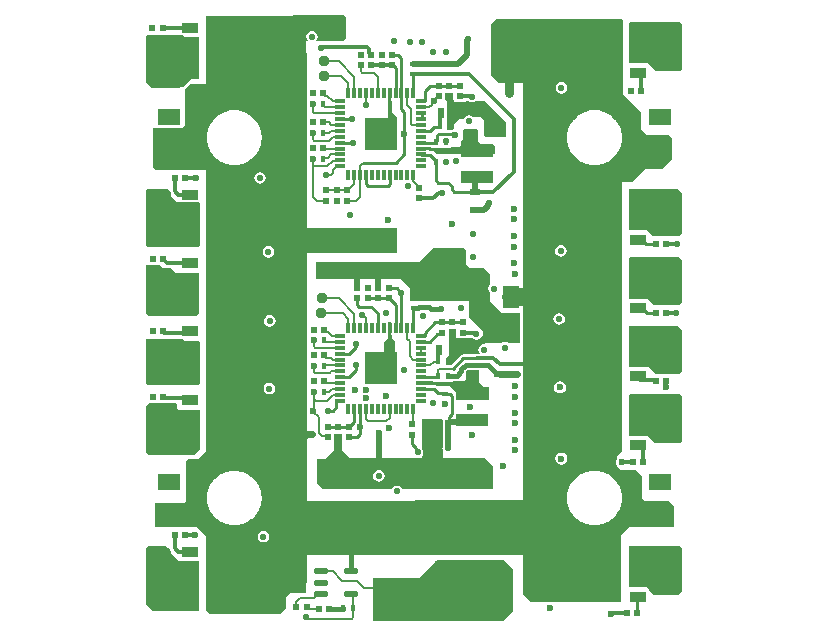
<source format=gbr>
%TF.GenerationSoftware,Altium Limited,Altium Designer,20.2.3 (150)*%
G04 Layer_Physical_Order=4*
G04 Layer_Color=16711680*
%FSLAX26Y26*%
%MOIN*%
%TF.SameCoordinates,1E0D65CC-F0FE-4DFC-A0D5-6D9DD74121E6*%
%TF.FilePolarity,Positive*%
%TF.FileFunction,Copper,L4,Bot,Signal*%
%TF.Part,Single*%
G01*
G75*
%TA.AperFunction,SMDPad,SMDef*%
G04:AMPARAMS|DCode=10|XSize=98.425mil|YSize=1811.024mil|CornerRadius=24.606mil|HoleSize=0mil|Usage=FLASHONLY|Rotation=0.000|XOffset=0mil|YOffset=0mil|HoleType=Round|Shape=RoundedRectangle|*
%AMROUNDEDRECTD10*
21,1,0.098425,1.761811,0,0,0.0*
21,1,0.049213,1.811024,0,0,0.0*
1,1,0.049213,0.024606,-0.880905*
1,1,0.049213,-0.024606,-0.880905*
1,1,0.049213,-0.024606,0.880905*
1,1,0.049213,0.024606,0.880905*
%
%ADD10ROUNDEDRECTD10*%
%TA.AperFunction,SMDPad,CuDef*%
%ADD12R,0.023622X0.021260*%
%ADD13R,0.075197X0.053937*%
%TA.AperFunction,SMDPad,SMDef*%
G04:AMPARAMS|DCode=15|XSize=31.496mil|YSize=31.496mil|CornerRadius=7.874mil|HoleSize=0mil|Usage=FLASHONLY|Rotation=90.000|XOffset=0mil|YOffset=0mil|HoleType=Round|Shape=RoundedRectangle|*
%AMROUNDEDRECTD15*
21,1,0.031496,0.015748,0,0,90.0*
21,1,0.015748,0.031496,0,0,90.0*
1,1,0.015748,0.007874,0.007874*
1,1,0.015748,0.007874,-0.007874*
1,1,0.015748,-0.007874,-0.007874*
1,1,0.015748,-0.007874,0.007874*
%
%ADD15ROUNDEDRECTD15*%
%TA.AperFunction,SMDPad,CuDef*%
%ADD16R,0.020000X0.036614*%
%ADD17R,0.147638X0.185039*%
%ADD18R,0.041339X0.033465*%
%ADD19R,0.057087X0.033465*%
%TA.AperFunction,SMDPad,SMDef*%
G04:AMPARAMS|DCode=20|XSize=98.425mil|YSize=1850.394mil|CornerRadius=24.606mil|HoleSize=0mil|Usage=FLASHONLY|Rotation=0.000|XOffset=0mil|YOffset=0mil|HoleType=Round|Shape=RoundedRectangle|*
%AMROUNDEDRECTD20*
21,1,0.098425,1.801181,0,0,0.0*
21,1,0.049213,1.850394,0,0,0.0*
1,1,0.049213,0.024606,-0.900591*
1,1,0.049213,-0.024606,-0.900591*
1,1,0.049213,-0.024606,0.900591*
1,1,0.049213,0.024606,0.900591*
%
%ADD20ROUNDEDRECTD20*%
%TA.AperFunction,SMDPad,CuDef*%
%ADD24R,0.016000X0.023622*%
%ADD25R,0.033465X0.011811*%
%ADD26R,0.011811X0.033465*%
%ADD27R,0.106299X0.106299*%
%ADD28R,0.106000X0.039000*%
%ADD30R,0.023622X0.016000*%
%ADD31R,0.021260X0.023622*%
%TA.AperFunction,Conductor*%
%ADD32C,0.010000*%
%ADD33C,0.012000*%
%ADD34C,0.014000*%
%ADD35C,0.008000*%
%ADD36C,0.020000*%
%ADD37C,0.022000*%
%ADD39C,0.060000*%
%ADD40C,0.030000*%
%TA.AperFunction,ViaPad*%
%ADD42C,0.022000*%
%ADD43C,0.023622*%
%ADD44C,0.070866*%
%TA.AperFunction,SMDPad,SMDef*%
G04:AMPARAMS|DCode=45|XSize=98.425mil|YSize=196.85mil|CornerRadius=24.606mil|HoleSize=0mil|Usage=FLASHONLY|Rotation=270.000|XOffset=0mil|YOffset=0mil|HoleType=Round|Shape=RoundedRectangle|*
%AMROUNDEDRECTD45*
21,1,0.098425,0.147638,0,0,270.0*
21,1,0.049213,0.196850,0,0,270.0*
1,1,0.049213,-0.073819,-0.024606*
1,1,0.049213,-0.073819,0.024606*
1,1,0.049213,0.073819,0.024606*
1,1,0.049213,0.073819,-0.024606*
%
%ADD45ROUNDEDRECTD45*%
%TA.AperFunction,SMDPad,CuDef*%
%ADD46R,0.053937X0.075197*%
%ADD47R,0.041339X0.019685*%
%ADD48R,0.036614X0.020000*%
G04:AMPARAMS|DCode=49|XSize=47.638mil|YSize=23.228mil|CornerRadius=5.807mil|HoleSize=0mil|Usage=FLASHONLY|Rotation=0.000|XOffset=0mil|YOffset=0mil|HoleType=Round|Shape=RoundedRectangle|*
%AMROUNDEDRECTD49*
21,1,0.047638,0.011614,0,0,0.0*
21,1,0.036024,0.023228,0,0,0.0*
1,1,0.011614,0.018012,-0.005807*
1,1,0.011614,-0.018012,-0.005807*
1,1,0.011614,-0.018012,0.005807*
1,1,0.011614,0.018012,0.005807*
%
%ADD49ROUNDEDRECTD49*%
%ADD50R,0.136220X0.101575*%
%TA.AperFunction,Conductor*%
%ADD51C,0.016000*%
%ADD52C,0.018000*%
%ADD53C,0.015000*%
G36*
X2059173Y2162827D02*
X2060470Y2159697D01*
X2062000Y2152004D01*
Y2012000D01*
X2055000Y2005000D01*
X1973000D01*
X1948000Y2030000D01*
X1888000D01*
X1884000Y2034000D01*
Y2164000D01*
X1888000Y2168000D01*
X2054000D01*
X2059173Y2162827D01*
D02*
G37*
G36*
X403000Y2118000D02*
X449000D01*
X451000Y2116000D01*
Y1977000D01*
X423000D01*
X397000Y1951000D01*
X391000D01*
X386000Y1946000D01*
X295000D01*
X275715Y1965285D01*
Y2121715D01*
X278000Y2124000D01*
X397000D01*
X403000Y2118000D01*
D02*
G37*
G36*
X1092307Y1905921D02*
X1093000D01*
Y1869000D01*
X1110000Y1852000D01*
Y1835000D01*
X1108000Y1837000D01*
X1071000D01*
X1080000Y1846000D01*
Y1905921D01*
X1080748D01*
Y1948000D01*
X1092307D01*
Y1905921D01*
D02*
G37*
G36*
X1299000Y1910000D02*
X1300189Y1908811D01*
Y1902362D01*
X1339811D01*
Y1903000D01*
X1350747D01*
X1353587Y1901102D01*
X1361000Y1899628D01*
X1368413Y1901102D01*
X1371253Y1903000D01*
X1404000D01*
X1473000Y1834000D01*
Y1788000D01*
X1470000Y1785000D01*
X1408000D01*
X1402000Y1791000D01*
Y1840000D01*
X1391000Y1851000D01*
X1365346D01*
X1359965Y1854595D01*
X1352552Y1856070D01*
X1345138Y1854595D01*
X1338853Y1850396D01*
X1334654Y1844111D01*
X1334433Y1843000D01*
X1318000D01*
X1301000Y1826000D01*
Y1810403D01*
X1297270Y1809661D01*
X1294784Y1808000D01*
X1293611D01*
X1292331Y1808255D01*
X1280745D01*
X1278000Y1811000D01*
Y1901000D01*
X1273000Y1906000D01*
X1272000D01*
Y1932000D01*
X1299000D01*
Y1910000D01*
D02*
G37*
G36*
X1382000Y1809000D02*
Y1769000D01*
X1391000Y1760000D01*
X1432000D01*
X1437000Y1755000D01*
Y1727000D01*
X1245000Y1727000D01*
X1233000Y1739000D01*
X1217559D01*
Y1739835D01*
X1175000D01*
Y1751394D01*
X1217559D01*
Y1752000D01*
X1223992D01*
Y1749189D01*
X1255992D01*
Y1749189D01*
X1258008D01*
Y1749189D01*
X1290008D01*
Y1752000D01*
X1317000D01*
X1323000Y1758000D01*
Y1769000D01*
X1332000Y1778000D01*
Y1809000D01*
X1335000Y1812000D01*
X1379000D01*
X1382000Y1809000D01*
D02*
G37*
G36*
X2062000Y1597000D02*
Y1464000D01*
X2051000Y1453000D01*
X1965000D01*
X1951811Y1466189D01*
Y1466732D01*
X1951268D01*
X1944000Y1474000D01*
X1888000D01*
X1885000Y1477000D01*
Y1610000D01*
X1887000Y1612000D01*
X2047000D01*
X2062000Y1597000D01*
D02*
G37*
G36*
X357000Y1602000D02*
Y1588000D01*
X378000Y1567000D01*
X450000D01*
X454000Y1563000D01*
Y1423000D01*
X450000Y1419000D01*
X281000D01*
X276000Y1424000D01*
Y1606000D01*
X282000Y1612000D01*
X347000D01*
X357000Y1602000D01*
D02*
G37*
G36*
X2062000Y1375000D02*
Y1233000D01*
X2054000Y1225000D01*
X1967000D01*
X1947000Y1245000D01*
X1886000D01*
X1885000Y1246000D01*
Y1381000D01*
X1889000Y1385000D01*
X2052000D01*
X2062000Y1375000D01*
D02*
G37*
G36*
X332000Y1346000D02*
X358000D01*
X372000Y1332000D01*
X451000D01*
Y1197000D01*
X443000Y1189000D01*
X286000D01*
X276000Y1199000D01*
Y1356000D01*
X322000D01*
X332000Y1346000D01*
D02*
G37*
G36*
X1342000Y1408000D02*
Y1361000D01*
X1354000Y1349000D01*
X1397000D01*
X1420000Y1326000D01*
Y1291293D01*
X1419136Y1290000D01*
X1416430Y1285950D01*
X1414956Y1278537D01*
X1416430Y1271124D01*
X1420000Y1265782D01*
Y1238000D01*
X1460000Y1198000D01*
X1518000Y1198000D01*
X1520000Y1196000D01*
Y1119000D01*
Y1117000D01*
D01*
Y1096000D01*
X1484247D01*
X1478413Y1099898D01*
X1471000Y1101372D01*
X1463587Y1099898D01*
X1457753Y1096000D01*
X1404000D01*
X1402310Y1094310D01*
X1402000Y1094372D01*
X1394587Y1092898D01*
X1388302Y1088698D01*
X1384102Y1082413D01*
X1382628Y1075000D01*
X1384102Y1067587D01*
X1387100Y1063100D01*
X1385614Y1061614D01*
X1376711D01*
X1371249Y1060528D01*
X1369542Y1059387D01*
X1331717D01*
X1326645Y1058378D01*
X1322344Y1055505D01*
X1290886Y1024046D01*
X1274000D01*
Y1049000D01*
X1283000Y1058000D01*
Y1143000D01*
X1284000Y1144000D01*
X1308000D01*
X1309000Y1143000D01*
Y1114000D01*
X1311189D01*
Y1113370D01*
X1350811D01*
Y1114000D01*
X1363063D01*
X1368239Y1110542D01*
X1375652Y1109067D01*
X1383066Y1110542D01*
X1389350Y1114741D01*
X1390578Y1116578D01*
X1398000Y1124000D01*
Y1137000D01*
X1350811Y1184189D01*
Y1184646D01*
X1350354D01*
X1350000Y1185000D01*
X1350000Y1239000D01*
X1155000D01*
X1153000Y1241000D01*
Y1282000D01*
X1125000Y1310000D01*
X840000D01*
Y1369000D01*
X1186000D01*
X1232000Y1415000D01*
X1335000D01*
X1342000Y1408000D01*
D02*
G37*
G36*
X1092307Y1124094D02*
X1093000D01*
Y1114000D01*
X1106000Y1101000D01*
Y1061000D01*
X1067000D01*
Y1100000D01*
X1080000Y1113000D01*
Y1124094D01*
X1080748D01*
Y1166000D01*
X1092307D01*
Y1124094D01*
D02*
G37*
G36*
X2062000Y1141000D02*
Y1005000D01*
X2050000Y993000D01*
X1976000D01*
X1951000Y1018000D01*
X1887000D01*
X1885000Y1020000D01*
Y1153000D01*
X1886000Y1154000D01*
X2049000D01*
X2062000Y1141000D01*
D02*
G37*
G36*
X1384429Y1005571D02*
X1386000Y1004000D01*
Y964000D01*
X1400000Y950000D01*
X1417000D01*
X1419000Y948000D01*
Y909000D01*
X1416000Y906000D01*
X1310000Y906000D01*
X1310000Y932000D01*
X1288000Y954000D01*
X1244371D01*
X1241197Y956121D01*
X1236125Y957130D01*
X1217559D01*
Y958008D01*
X1176000D01*
Y969567D01*
X1217559D01*
Y970000D01*
X1231992D01*
Y968189D01*
X1261008D01*
X1263992Y968189D01*
Y968189D01*
X1266008D01*
Y968189D01*
X1298008D01*
Y970000D01*
X1334000D01*
X1340000Y976000D01*
Y996965D01*
X1340778Y998129D01*
X1341618Y1002354D01*
X1345264Y1006000D01*
X1383787D01*
X1384429Y1005571D01*
D02*
G37*
G36*
X404000Y1105000D02*
X450000D01*
X453000Y1102000D01*
Y961000D01*
X449000Y957000D01*
X282000D01*
X276000Y963000D01*
Y1110000D01*
X277000Y1111000D01*
X398000D01*
X404000Y1105000D01*
D02*
G37*
G36*
X2062000Y917000D02*
Y771000D01*
X2054000Y763000D01*
X1972000D01*
X1947000Y788000D01*
X1887000D01*
X1884000Y791000D01*
Y923000D01*
X1887000Y926000D01*
X2053000D01*
X2062000Y917000D01*
D02*
G37*
G36*
X379000Y890000D02*
Y881000D01*
X385000Y875000D01*
X451000D01*
X453000Y873000D01*
Y740000D01*
X436000Y723000D01*
X283000D01*
X275715Y730285D01*
Y887715D01*
X284000Y896000D01*
X373000D01*
X379000Y890000D01*
D02*
G37*
G36*
X1263315Y839685D02*
Y826773D01*
X1262962Y825000D01*
Y749533D01*
X1262628Y747850D01*
X1264000Y740952D01*
X1264000Y715000D01*
X1404000D01*
X1430000Y689000D01*
Y610000D01*
X1129980D01*
X1129898Y610413D01*
X1125698Y616698D01*
X1119413Y620898D01*
X1112000Y622372D01*
X1104587Y620898D01*
X1098302Y616698D01*
X1094102Y610413D01*
X1094020Y610000D01*
X864000D01*
X844000Y630000D01*
Y712000D01*
X874000D01*
X902000Y740000D01*
Y795000D01*
X928000D01*
Y740000D01*
X953000Y715000D01*
X1173101D01*
X1180000Y713628D01*
X1186899Y715000D01*
X1195000D01*
Y721250D01*
X1197898Y725587D01*
X1199372Y733000D01*
X1197898Y740413D01*
X1195000Y744750D01*
X1195000Y844000D01*
X1259000Y844000D01*
X1263315Y839685D01*
D02*
G37*
G36*
X2062000Y412000D02*
Y271000D01*
X2050000Y259000D01*
X1967000D01*
X1950811Y275189D01*
Y276732D01*
X1949268D01*
X1943000Y283000D01*
X1886000D01*
X1884000Y285000D01*
Y419000D01*
X1886000Y421000D01*
X2053000D01*
X2062000Y412000D01*
D02*
G37*
G36*
X942000Y2182000D02*
Y2113000D01*
X932000Y2103000D01*
X838773D01*
X841952Y2105124D01*
X846152Y2111409D01*
X847626Y2118822D01*
X846152Y2126236D01*
X841952Y2132521D01*
X835668Y2136720D01*
X828254Y2138195D01*
X820841Y2136720D01*
X814556Y2132521D01*
X810357Y2126236D01*
X808882Y2118822D01*
X810357Y2111409D01*
X814556Y2105124D01*
X817735Y2103000D01*
X809000D01*
Y1480000D01*
X1110000D01*
Y1397000D01*
X809000D01*
Y572104D01*
X1531000Y572893D01*
Y1963000D01*
X1450000D01*
X1423000Y1990000D01*
Y2159000D01*
X1440000Y2176000D01*
X1861000D01*
X1864000Y2173000D01*
Y1981000D01*
D01*
X1864000Y1926000D01*
X1926000Y1864000D01*
X1926000Y1809000D01*
X1943000Y1792000D01*
X2019000D01*
X2029000Y1782000D01*
Y1710000D01*
X1998000Y1679000D01*
X1939000D01*
Y1678000D01*
X1896000Y1635000D01*
X1860000D01*
Y738000D01*
X1843000Y721000D01*
Y709720D01*
X1842339Y708730D01*
X1840801Y701000D01*
X1842339Y693270D01*
X1843000Y692280D01*
Y686000D01*
X1856000Y673000D01*
X1909000D01*
X1927000Y655000D01*
Y582000D01*
X1937000Y572000D01*
X2016000D01*
X2033000Y555000D01*
Y486000D01*
X2030000Y483000D01*
X1884000D01*
X1859000Y458000D01*
Y235000D01*
X1556000D01*
X1531000Y260000D01*
Y391000D01*
X809000D01*
Y264000D01*
X754000D01*
X742000Y252000D01*
Y213000D01*
X723000Y194000D01*
X487000D01*
X476000Y205000D01*
Y453000D01*
X445000Y484000D01*
X308000D01*
X303000Y489000D01*
Y563000D01*
X402000D01*
X409000Y570000D01*
Y703000D01*
X418000Y712000D01*
X449000D01*
X476000Y739000D01*
Y1675000D01*
X306000D01*
X298000Y1683000D01*
X299000Y1814000D01*
X395000D01*
X395976Y1814976D01*
X396598D01*
Y1815598D01*
X404000Y1823000D01*
Y1945000D01*
X421000Y1962000D01*
X476000D01*
Y2188000D01*
X763000Y2188947D01*
Y2189000D01*
X765000Y2191000D01*
X933000D01*
X942000Y2182000D01*
D02*
G37*
G36*
X359000Y404000D02*
Y397000D01*
X385000Y371000D01*
X451000D01*
X452000Y370000D01*
Y205000D01*
X299000D01*
X276000Y228000D01*
Y415000D01*
X282000Y421000D01*
X342000D01*
X359000Y404000D01*
D02*
G37*
G36*
X1497000Y343000D02*
Y203000D01*
X1464085Y170085D01*
X1032000D01*
Y314000D01*
X1183000D01*
X1244000Y375000D01*
X1465000Y375000D01*
X1497000Y343000D01*
D02*
G37*
%LPC*%
G36*
X1050719Y674480D02*
X1043305Y673005D01*
X1037021Y668806D01*
X1032821Y662521D01*
X1031347Y655108D01*
X1032821Y647694D01*
X1037021Y641410D01*
X1043305Y637210D01*
X1050719Y635736D01*
X1058132Y637210D01*
X1064417Y641410D01*
X1068617Y647694D01*
X1070091Y655108D01*
X1068617Y662521D01*
X1064417Y668806D01*
X1058132Y673005D01*
X1050719Y674480D01*
D02*
G37*
G36*
X1659162Y1967497D02*
X1651748Y1966023D01*
X1647224Y1963000D01*
X1645463Y1961823D01*
X1641264Y1955539D01*
X1639789Y1948125D01*
X1641264Y1940712D01*
X1645463Y1934427D01*
X1651748Y1930228D01*
X1659162Y1928753D01*
X1666575Y1930228D01*
X1672860Y1934427D01*
X1677059Y1940712D01*
X1678534Y1948125D01*
X1677059Y1955539D01*
X1672860Y1961823D01*
X1671099Y1963000D01*
X1666575Y1966023D01*
X1659162Y1967497D01*
D02*
G37*
G36*
X1777141Y1872841D02*
X1761630D01*
X1760449Y1872606D01*
X1759244D01*
X1744031Y1869580D01*
X1742918Y1869119D01*
X1741736Y1868884D01*
X1727406Y1862948D01*
X1726404Y1862279D01*
X1725291Y1861818D01*
X1712394Y1853201D01*
X1711542Y1852349D01*
X1710540Y1851679D01*
X1699573Y1840711D01*
X1698903Y1839710D01*
X1698051Y1838858D01*
X1689434Y1825961D01*
X1688973Y1824848D01*
X1688303Y1823846D01*
X1682368Y1809516D01*
X1682133Y1808334D01*
X1681671Y1807221D01*
X1678646Y1792008D01*
Y1790803D01*
X1678410Y1789621D01*
Y1781866D01*
Y1774111D01*
X1678646Y1772929D01*
Y1771724D01*
X1681671Y1756512D01*
X1682133Y1755398D01*
X1682368Y1754216D01*
X1688303Y1739886D01*
X1688973Y1738884D01*
X1689434Y1737771D01*
X1698051Y1724875D01*
X1698903Y1724023D01*
X1699573Y1723021D01*
X1710540Y1712053D01*
X1711542Y1711384D01*
X1712394Y1710531D01*
X1725291Y1701914D01*
X1726404Y1701453D01*
X1727406Y1700784D01*
X1741736Y1694848D01*
X1742918Y1694613D01*
X1744031Y1694152D01*
X1759244Y1691126D01*
X1760448D01*
X1761630Y1690891D01*
X1777141D01*
X1778323Y1691126D01*
X1779528D01*
X1794740Y1694152D01*
X1795853Y1694613D01*
X1797035Y1694848D01*
X1811365Y1700784D01*
X1812367Y1701453D01*
X1813481Y1701914D01*
X1826377Y1710531D01*
X1827229Y1711383D01*
X1828231Y1712053D01*
X1839199Y1723021D01*
X1839868Y1724022D01*
X1840720Y1724875D01*
X1849338Y1737771D01*
X1849799Y1738884D01*
X1850468Y1739886D01*
X1856404Y1754216D01*
X1856639Y1755398D01*
X1857100Y1756511D01*
X1860126Y1771724D01*
Y1772929D01*
X1860361Y1774111D01*
Y1781866D01*
Y1789621D01*
X1860126Y1790803D01*
Y1792008D01*
X1857100Y1807221D01*
X1856639Y1808334D01*
X1856404Y1809516D01*
X1850468Y1823846D01*
X1849799Y1824848D01*
X1849338Y1825961D01*
X1840720Y1838857D01*
X1839868Y1839709D01*
X1839199Y1840711D01*
X1828231Y1851679D01*
X1827229Y1852349D01*
X1826377Y1853201D01*
X1813481Y1861818D01*
X1812367Y1862279D01*
X1811365Y1862948D01*
X1797036Y1868884D01*
X1795854Y1869119D01*
X1794740Y1869580D01*
X1779528Y1872606D01*
X1778323D01*
X1777141Y1872841D01*
D02*
G37*
G36*
X576354D02*
X560843D01*
X559661Y1872606D01*
X558456D01*
X543244Y1869580D01*
X542131Y1869119D01*
X540949Y1868884D01*
X526619Y1862948D01*
X525617Y1862279D01*
X524504Y1861818D01*
X511607Y1853201D01*
X510755Y1852349D01*
X509753Y1851679D01*
X498785Y1840711D01*
X498116Y1839710D01*
X497264Y1838858D01*
X488647Y1825961D01*
X488185Y1824848D01*
X487516Y1823846D01*
X481580Y1809516D01*
X481345Y1808334D01*
X480884Y1807221D01*
X477858Y1792008D01*
Y1790803D01*
X477623Y1789621D01*
Y1781866D01*
Y1774111D01*
X477858Y1772929D01*
Y1771724D01*
X480884Y1756512D01*
X481345Y1755398D01*
X481580Y1754216D01*
X487516Y1739886D01*
X488185Y1738884D01*
X488647Y1737771D01*
X491000Y1734249D01*
D01*
X497264Y1724875D01*
X498116Y1724023D01*
X498785Y1723021D01*
X509753Y1712053D01*
X510755Y1711384D01*
X511607Y1710531D01*
X524504Y1701914D01*
X525617Y1701453D01*
X526619Y1700784D01*
X540948Y1694848D01*
X542131Y1694613D01*
X543244Y1694152D01*
X558456Y1691126D01*
X559661D01*
X560843Y1690891D01*
X576354D01*
X577536Y1691126D01*
X578740D01*
X593953Y1694152D01*
X595066Y1694613D01*
X596248Y1694848D01*
X610578Y1700784D01*
X611580Y1701453D01*
X612693Y1701914D01*
X625590Y1710531D01*
X626442Y1711383D01*
X627444Y1712053D01*
X638411Y1723021D01*
X639081Y1724022D01*
X639933Y1724875D01*
X648550Y1737771D01*
X649011Y1738884D01*
X649681Y1739886D01*
X655616Y1754216D01*
X655851Y1755398D01*
X656313Y1756511D01*
X659339Y1771724D01*
Y1772929D01*
X659574Y1774111D01*
Y1781866D01*
Y1789621D01*
X659339Y1790803D01*
Y1792008D01*
X656313Y1807221D01*
X655851Y1808334D01*
X655616Y1809516D01*
X649681Y1823846D01*
X649011Y1824848D01*
X648550Y1825961D01*
X639933Y1838857D01*
X639081Y1839709D01*
X638411Y1840711D01*
X627444Y1851679D01*
X626442Y1852349D01*
X625590Y1853201D01*
X612693Y1861818D01*
X611580Y1862279D01*
X610578Y1862948D01*
X596248Y1868884D01*
X595066Y1869119D01*
X593953Y1869580D01*
X578741Y1872606D01*
X577535D01*
X576354Y1872841D01*
D02*
G37*
G36*
X654134Y1666628D02*
X646721Y1665153D01*
X640436Y1660954D01*
X636236Y1654669D01*
X634762Y1647255D01*
X636236Y1639842D01*
X640436Y1633557D01*
X646721Y1629358D01*
X654134Y1627883D01*
X661547Y1629358D01*
X667832Y1633557D01*
X672032Y1639842D01*
X673506Y1647255D01*
X672032Y1654669D01*
X667832Y1660954D01*
X661547Y1665153D01*
X654134Y1666628D01*
D02*
G37*
G36*
X1657005Y1424413D02*
X1649591Y1422939D01*
X1643306Y1418739D01*
X1639107Y1412454D01*
X1637632Y1405041D01*
X1639107Y1397628D01*
X1643306Y1391343D01*
X1649591Y1387143D01*
X1657005Y1385669D01*
X1664418Y1387143D01*
X1670703Y1391343D01*
X1674902Y1397628D01*
X1676377Y1405041D01*
X1674902Y1412454D01*
X1670703Y1418739D01*
X1664418Y1422939D01*
X1657005Y1424413D01*
D02*
G37*
G36*
X682817Y1421014D02*
X675403Y1419539D01*
X669119Y1415340D01*
X664919Y1409055D01*
X663444Y1401642D01*
X664919Y1394228D01*
X669119Y1387944D01*
X675403Y1383744D01*
X682817Y1382270D01*
X690230Y1383744D01*
X696515Y1387944D01*
X700714Y1394228D01*
X702189Y1401642D01*
X700714Y1409055D01*
X696515Y1415340D01*
X690230Y1419539D01*
X682817Y1421014D01*
D02*
G37*
G36*
X1652000Y1197372D02*
X1644587Y1195898D01*
X1638302Y1191698D01*
X1634102Y1185413D01*
X1632628Y1178000D01*
X1634102Y1170587D01*
X1638302Y1164302D01*
X1644587Y1160102D01*
X1652000Y1158628D01*
X1659413Y1160102D01*
X1665698Y1164302D01*
X1669898Y1170587D01*
X1671372Y1178000D01*
X1669898Y1185413D01*
X1665698Y1191698D01*
X1659413Y1195898D01*
X1652000Y1197372D01*
D02*
G37*
G36*
X686917Y1191098D02*
X679503Y1189623D01*
X673219Y1185424D01*
X669019Y1179139D01*
X667545Y1171726D01*
X669019Y1164312D01*
X673219Y1158027D01*
X679503Y1153828D01*
X686917Y1152353D01*
X694330Y1153828D01*
X700615Y1158027D01*
X704814Y1164312D01*
X706289Y1171726D01*
X704814Y1179139D01*
X700615Y1185424D01*
X694330Y1189623D01*
X686917Y1191098D01*
D02*
G37*
G36*
X1654243Y969766D02*
X1646513Y968229D01*
X1639960Y963850D01*
X1635581Y957297D01*
X1634043Y949567D01*
X1635581Y941837D01*
X1639960Y935284D01*
X1646513Y930905D01*
X1654243Y929368D01*
X1661973Y930905D01*
X1668525Y935284D01*
X1672904Y941837D01*
X1674442Y949567D01*
X1672904Y957297D01*
X1668525Y963850D01*
X1661973Y968229D01*
X1654243Y969766D01*
D02*
G37*
G36*
X685636Y965159D02*
X678222Y963684D01*
X671938Y959485D01*
X667738Y953200D01*
X666264Y945787D01*
X667738Y938373D01*
X671938Y932088D01*
X678222Y927889D01*
X685636Y926414D01*
X693049Y927889D01*
X699334Y932088D01*
X703533Y938373D01*
X705008Y945787D01*
X703533Y953200D01*
X699334Y959485D01*
X693049Y963684D01*
X685636Y965159D01*
D02*
G37*
G36*
X1659000Y732199D02*
X1651270Y730662D01*
X1644717Y726283D01*
X1640339Y719730D01*
X1638801Y712000D01*
X1640339Y704270D01*
X1644717Y697717D01*
X1651270Y693338D01*
X1659000Y691801D01*
X1666730Y693338D01*
X1673283Y697717D01*
X1677661Y704270D01*
X1679199Y712000D01*
X1677661Y719730D01*
X1673283Y726283D01*
X1666730Y730662D01*
X1659000Y732199D01*
D02*
G37*
G36*
X1777141Y672054D02*
X1761630D01*
X1760449Y671819D01*
X1759244D01*
X1744031Y668793D01*
X1742918Y668332D01*
X1741736Y668097D01*
X1727406Y662161D01*
X1726404Y661492D01*
X1725291Y661030D01*
X1712394Y652413D01*
X1711542Y651561D01*
X1710540Y650892D01*
X1699573Y639924D01*
X1698903Y638922D01*
X1698051Y638070D01*
X1689434Y625173D01*
X1688973Y624060D01*
X1688303Y623058D01*
X1682368Y608729D01*
X1682133Y607546D01*
X1681671Y606433D01*
X1678646Y591221D01*
Y590016D01*
X1678410Y588834D01*
Y581079D01*
Y573323D01*
X1678646Y572141D01*
Y570937D01*
X1681671Y555724D01*
X1682133Y554611D01*
X1682368Y553429D01*
X1688303Y539099D01*
X1688973Y538097D01*
X1689434Y536984D01*
X1698051Y524087D01*
X1698903Y523235D01*
X1699573Y522233D01*
X1710540Y511266D01*
X1711542Y510596D01*
X1712394Y509744D01*
X1725291Y501127D01*
X1726404Y500666D01*
X1727406Y499996D01*
X1741736Y494061D01*
X1742918Y493825D01*
X1744031Y493364D01*
X1759244Y490339D01*
X1760448D01*
X1761630Y490103D01*
X1777141D01*
X1778323Y490339D01*
X1779528D01*
X1794740Y493364D01*
X1795853Y493825D01*
X1797035Y494061D01*
X1811365Y499996D01*
X1812367Y500666D01*
X1813481Y501127D01*
X1826377Y509744D01*
X1827229Y510596D01*
X1828231Y511266D01*
X1839199Y522233D01*
X1839868Y523235D01*
X1840720Y524087D01*
X1849338Y536984D01*
X1849799Y538097D01*
X1850468Y539099D01*
X1856404Y553429D01*
X1856639Y554611D01*
X1857100Y555724D01*
X1860126Y570936D01*
Y572141D01*
X1860361Y573323D01*
Y581079D01*
Y588834D01*
X1860126Y590016D01*
Y591221D01*
X1857100Y606433D01*
X1856639Y607546D01*
X1856404Y608728D01*
X1850468Y623058D01*
X1849799Y624060D01*
X1849338Y625173D01*
X1840720Y638070D01*
X1839868Y638922D01*
X1839199Y639924D01*
X1828231Y650892D01*
X1827229Y651561D01*
X1826377Y652413D01*
X1813481Y661030D01*
X1812367Y661492D01*
X1811365Y662161D01*
X1797036Y668097D01*
X1795854Y668332D01*
X1794740Y668793D01*
X1779528Y671819D01*
X1778323D01*
X1777141Y672054D01*
D02*
G37*
G36*
X576354D02*
X560843D01*
X559661Y671819D01*
X558456D01*
X543244Y668793D01*
X542131Y668332D01*
X540949Y668097D01*
X526619Y662161D01*
X525617Y661492D01*
X524504Y661030D01*
X511607Y652413D01*
X510755Y651561D01*
X509753Y650892D01*
X503000Y644139D01*
D01*
X498785Y639924D01*
X498116Y638922D01*
D01*
X497264Y638070D01*
X488647Y625173D01*
X488185Y624060D01*
X487516Y623058D01*
X481580Y608729D01*
X481345Y607546D01*
X480884Y606433D01*
X477858Y591221D01*
Y590016D01*
X477623Y588834D01*
Y581079D01*
Y573323D01*
X477858Y572141D01*
Y570937D01*
X480884Y555724D01*
X481345Y554611D01*
X481580Y553429D01*
X487516Y539099D01*
X488185Y538097D01*
X488647Y536984D01*
X497264Y524087D01*
X498116Y523235D01*
X498785Y522233D01*
X509753Y511266D01*
X510755Y510596D01*
X511607Y509744D01*
X524504Y501127D01*
X525617Y500666D01*
X526619Y499996D01*
X540948Y494061D01*
X542131Y493825D01*
X543244Y493364D01*
X558456Y490339D01*
X559661D01*
X560843Y490103D01*
X576354D01*
X577536Y490339D01*
X578740D01*
X593953Y493364D01*
X595066Y493825D01*
X596248Y494061D01*
X610578Y499996D01*
X611580Y500666D01*
X612693Y501127D01*
X625590Y509744D01*
X626442Y510596D01*
X627444Y511266D01*
X638411Y522233D01*
X639081Y523235D01*
X639933Y524087D01*
X648550Y536984D01*
X649011Y538097D01*
X649681Y539099D01*
X655616Y553429D01*
X655851Y554611D01*
X656313Y555724D01*
X659339Y570936D01*
Y572141D01*
X659574Y573323D01*
Y581079D01*
Y588834D01*
X659339Y590016D01*
Y591221D01*
X656313Y606433D01*
X655851Y607546D01*
X655616Y608728D01*
X649681Y623058D01*
X649011Y624060D01*
X648550Y625173D01*
X639933Y638070D01*
X639081Y638922D01*
X638411Y639924D01*
X627444Y650892D01*
X626442Y651561D01*
X625590Y652413D01*
X612693Y661030D01*
X611580Y661492D01*
X610578Y662161D01*
X596248Y668097D01*
X595066Y668332D01*
X593953Y668793D01*
X578741Y671819D01*
X577535D01*
X576354Y672054D01*
D02*
G37*
G36*
X665905Y471580D02*
X658491Y470105D01*
X652206Y465906D01*
X648007Y459621D01*
X646532Y452207D01*
X648007Y444794D01*
X652206Y438509D01*
X658491Y434310D01*
X665905Y432835D01*
X673318Y434310D01*
X679603Y438509D01*
X683802Y444794D01*
X685277Y452207D01*
X683802Y459621D01*
X679603Y465906D01*
X673318Y470105D01*
X665905Y471580D01*
D02*
G37*
%LPD*%
D10*
X760000Y1181102D02*
D03*
D12*
X1185000Y1614008D02*
D03*
Y1579992D02*
D03*
X990000Y2023992D02*
D03*
Y2058008D02*
D03*
X910000Y1571984D02*
D03*
Y1606000D02*
D03*
X875000D02*
D03*
Y1571984D02*
D03*
X945000D02*
D03*
Y1606000D02*
D03*
X1320000Y1955008D02*
D03*
Y1920992D02*
D03*
X1285000D02*
D03*
Y1955008D02*
D03*
X1250000Y1920992D02*
D03*
Y1955008D02*
D03*
X1025000Y2023992D02*
D03*
Y2058008D02*
D03*
X1060000D02*
D03*
Y2023992D02*
D03*
X1095000Y2058008D02*
D03*
Y2023992D02*
D03*
X950000Y783992D02*
D03*
Y818008D02*
D03*
X915000Y783984D02*
D03*
Y818000D02*
D03*
X880000Y818008D02*
D03*
Y783992D02*
D03*
X1331000Y1166016D02*
D03*
Y1132000D02*
D03*
X1261000Y1131992D02*
D03*
Y1166008D02*
D03*
X1296000Y1131992D02*
D03*
Y1166008D02*
D03*
X1084000Y1280008D02*
D03*
Y1245992D02*
D03*
X1049000Y1280008D02*
D03*
Y1245992D02*
D03*
X1014000D02*
D03*
Y1280008D02*
D03*
X979000Y1245992D02*
D03*
Y1280008D02*
D03*
X1161000Y826008D02*
D03*
Y791992D02*
D03*
D13*
X1071000Y1340055D02*
D03*
Y1451945D02*
D03*
X887000Y653945D02*
D03*
Y542055D02*
D03*
X975000Y1340055D02*
D03*
Y1451945D02*
D03*
X881000Y1340055D02*
D03*
Y1451945D02*
D03*
X980000Y653945D02*
D03*
Y542055D02*
D03*
X1114000Y653945D02*
D03*
Y542055D02*
D03*
X1205000Y653945D02*
D03*
Y542055D02*
D03*
X1299000Y653945D02*
D03*
Y542055D02*
D03*
X1387000Y653945D02*
D03*
Y542055D02*
D03*
X351000Y1849945D02*
D03*
Y1738055D02*
D03*
X1987000Y1849945D02*
D03*
Y1738055D02*
D03*
Y632945D02*
D03*
Y521055D02*
D03*
X351000Y632945D02*
D03*
Y521055D02*
D03*
D15*
X858000Y1196000D02*
D03*
X861000Y1246000D02*
D03*
X869000Y2037000D02*
D03*
X867000Y1986000D02*
D03*
D16*
X1317315Y1864000D02*
D03*
X1256685D02*
D03*
X1249685Y1075000D02*
D03*
X1310315D02*
D03*
X1220685Y825000D02*
D03*
X1281315D02*
D03*
D17*
X551922Y1289000D02*
D03*
Y1517000D02*
D03*
Y2074000D02*
D03*
X1785347Y1289000D02*
D03*
Y1517000D02*
D03*
Y2074000D02*
D03*
X552000Y1061000D02*
D03*
X551922Y832000D02*
D03*
Y327000D02*
D03*
X1784347Y832000D02*
D03*
X1785347Y1061000D02*
D03*
X1784347Y327000D02*
D03*
D18*
X646410Y1442000D02*
D03*
Y1492000D02*
D03*
Y1542000D02*
D03*
Y1592000D02*
D03*
Y1214000D02*
D03*
Y1264000D02*
D03*
Y1314000D02*
D03*
Y1364000D02*
D03*
Y1999000D02*
D03*
Y2049000D02*
D03*
Y2099000D02*
D03*
Y2149000D02*
D03*
X1690858Y1364000D02*
D03*
Y1314000D02*
D03*
Y1264000D02*
D03*
Y1214000D02*
D03*
Y1592000D02*
D03*
Y1542000D02*
D03*
Y1492000D02*
D03*
Y1442000D02*
D03*
Y2149000D02*
D03*
Y2099000D02*
D03*
Y2049000D02*
D03*
Y1999000D02*
D03*
X646488Y986000D02*
D03*
Y1036000D02*
D03*
Y1086000D02*
D03*
Y1136000D02*
D03*
X646410Y757000D02*
D03*
Y807000D02*
D03*
Y857000D02*
D03*
Y907000D02*
D03*
Y252000D02*
D03*
Y302000D02*
D03*
Y352000D02*
D03*
Y402000D02*
D03*
X1689858Y757000D02*
D03*
Y807000D02*
D03*
Y857000D02*
D03*
Y907000D02*
D03*
X1690858Y986000D02*
D03*
Y1036000D02*
D03*
Y1086000D02*
D03*
Y1136000D02*
D03*
X1689858Y252000D02*
D03*
Y302000D02*
D03*
Y352000D02*
D03*
Y402000D02*
D03*
D19*
X422000Y1592000D02*
D03*
Y1542000D02*
D03*
Y1492000D02*
D03*
Y1442000D02*
D03*
Y1364000D02*
D03*
Y1314000D02*
D03*
Y1264000D02*
D03*
Y1214000D02*
D03*
Y2149000D02*
D03*
Y2099000D02*
D03*
Y2049000D02*
D03*
Y1999000D02*
D03*
X1915268Y1214000D02*
D03*
Y1264000D02*
D03*
Y1314000D02*
D03*
Y1364000D02*
D03*
Y1442000D02*
D03*
Y1492000D02*
D03*
Y1542000D02*
D03*
Y1592000D02*
D03*
Y1999000D02*
D03*
Y2049000D02*
D03*
Y2099000D02*
D03*
Y2149000D02*
D03*
X422079Y1136000D02*
D03*
Y1086000D02*
D03*
Y1036000D02*
D03*
Y986000D02*
D03*
X422000Y907000D02*
D03*
Y857000D02*
D03*
Y807000D02*
D03*
Y757000D02*
D03*
Y402000D02*
D03*
Y352000D02*
D03*
Y302000D02*
D03*
Y252000D02*
D03*
X1914268Y907000D02*
D03*
Y857000D02*
D03*
Y807000D02*
D03*
Y757000D02*
D03*
X1915268Y1136000D02*
D03*
Y1086000D02*
D03*
Y1036000D02*
D03*
Y986000D02*
D03*
X1914268Y402000D02*
D03*
Y352000D02*
D03*
Y302000D02*
D03*
Y252000D02*
D03*
D20*
X1580000Y1181102D02*
D03*
D24*
X1239992Y1702000D02*
D03*
X1274008D02*
D03*
X1254992Y1822000D02*
D03*
X1289008D02*
D03*
X1239992Y1769000D02*
D03*
X1274008D02*
D03*
X865008Y1711000D02*
D03*
X830992D02*
D03*
X865008Y1798000D02*
D03*
X830992D02*
D03*
X865008Y1895000D02*
D03*
X830992D02*
D03*
X1248992Y1036000D02*
D03*
X1283008D02*
D03*
X1247992Y988000D02*
D03*
X1282008D02*
D03*
X867008Y935000D02*
D03*
X832992D02*
D03*
X867008Y1021000D02*
D03*
X832992D02*
D03*
X867008Y1107000D02*
D03*
X832992D02*
D03*
X930992Y213000D02*
D03*
X965008D02*
D03*
D25*
X1192827Y1121268D02*
D03*
Y1101583D02*
D03*
Y1081898D02*
D03*
Y1062213D02*
D03*
Y1042528D02*
D03*
Y1022842D02*
D03*
Y1003158D02*
D03*
Y983472D02*
D03*
Y963787D02*
D03*
Y944102D02*
D03*
Y924417D02*
D03*
Y904732D02*
D03*
X921173D02*
D03*
Y924417D02*
D03*
Y944102D02*
D03*
Y963787D02*
D03*
Y983472D02*
D03*
Y1003158D02*
D03*
Y1022842D02*
D03*
Y1042528D02*
D03*
Y1062213D02*
D03*
Y1081898D02*
D03*
Y1101583D02*
D03*
Y1121268D02*
D03*
Y1903094D02*
D03*
Y1883409D02*
D03*
Y1863724D02*
D03*
Y1844039D02*
D03*
Y1824354D02*
D03*
Y1804669D02*
D03*
Y1784984D02*
D03*
Y1765299D02*
D03*
Y1745614D02*
D03*
Y1725929D02*
D03*
Y1706244D02*
D03*
Y1686559D02*
D03*
X1192827D02*
D03*
Y1706244D02*
D03*
Y1725929D02*
D03*
Y1745614D02*
D03*
Y1765299D02*
D03*
Y1784984D02*
D03*
Y1804669D02*
D03*
Y1824354D02*
D03*
Y1844039D02*
D03*
Y1863724D02*
D03*
Y1883409D02*
D03*
Y1903094D02*
D03*
D26*
X1165268Y877173D02*
D03*
X1145583D02*
D03*
X1125898D02*
D03*
X1106213D02*
D03*
X1086528D02*
D03*
X1066842D02*
D03*
X1047158D02*
D03*
X1027472D02*
D03*
X1007787D02*
D03*
X988102D02*
D03*
X968417D02*
D03*
X948732D02*
D03*
Y1148827D02*
D03*
X968417D02*
D03*
X988102D02*
D03*
X1007787D02*
D03*
X1027472D02*
D03*
X1047158D02*
D03*
X1066842D02*
D03*
X1086528D02*
D03*
X1106213D02*
D03*
X1125898D02*
D03*
X1145583D02*
D03*
X1165268D02*
D03*
Y1930654D02*
D03*
X1145583D02*
D03*
X1125898D02*
D03*
X1106213D02*
D03*
X1086528D02*
D03*
X1066842D02*
D03*
X1047158D02*
D03*
X1027472D02*
D03*
X1007787D02*
D03*
X988102D02*
D03*
X968417D02*
D03*
X948732D02*
D03*
Y1659000D02*
D03*
X968417D02*
D03*
X988102D02*
D03*
X1007787D02*
D03*
X1027472D02*
D03*
X1047158D02*
D03*
X1066842D02*
D03*
X1086528D02*
D03*
X1106213D02*
D03*
X1125898D02*
D03*
X1145583D02*
D03*
X1165268D02*
D03*
D27*
X1057000Y1013000D02*
D03*
Y1794827D02*
D03*
D28*
X1378000Y1650000D02*
D03*
Y1736000D02*
D03*
X1362000Y842000D02*
D03*
Y928000D02*
D03*
D30*
X1165000Y1992992D02*
D03*
Y2027008D02*
D03*
X1270000Y929008D02*
D03*
Y894992D02*
D03*
X1167000Y1214992D02*
D03*
Y1249008D02*
D03*
D31*
X865008Y1746000D02*
D03*
X830992D02*
D03*
X865008Y1833000D02*
D03*
X830992D02*
D03*
X865008Y1930000D02*
D03*
X830992D02*
D03*
X297992Y1378000D02*
D03*
X332008D02*
D03*
X406008Y1648000D02*
D03*
X371992D02*
D03*
X295992Y2148000D02*
D03*
X330008D02*
D03*
X2008008Y1196000D02*
D03*
X1973992D02*
D03*
X2008008Y1428000D02*
D03*
X1973992D02*
D03*
X1889992Y1939000D02*
D03*
X1924008D02*
D03*
X406008Y457000D02*
D03*
X371992D02*
D03*
X296992Y917000D02*
D03*
X331008D02*
D03*
X296992Y1136000D02*
D03*
X331008D02*
D03*
X867008Y1056000D02*
D03*
X832992D02*
D03*
X867008Y1142000D02*
D03*
X832992D02*
D03*
X867016Y970000D02*
D03*
X833000D02*
D03*
X1911008Y197000D02*
D03*
X1876992D02*
D03*
X1932008Y702000D02*
D03*
X1897992D02*
D03*
X1973992Y970000D02*
D03*
X2008008D02*
D03*
X775992Y216000D02*
D03*
X810008D02*
D03*
X850992Y210000D02*
D03*
X885008D02*
D03*
D32*
X988000Y793000D02*
Y877071D01*
X1238806Y1166008D02*
X1296000D01*
X880000Y872000D02*
X898000D01*
X975074Y1007664D02*
Y1025692D01*
X909441Y903827D02*
X910346Y904732D01*
X909441Y883441D02*
Y903827D01*
X950882Y983472D02*
X975074Y1007664D01*
X921173Y1062213D02*
X950882D01*
X973535Y1084865D02*
Y1095311D01*
X910346Y904732D02*
X921173D01*
X898000Y872000D02*
X909441Y883441D01*
X975000Y1025765D02*
X975074Y1025692D01*
X921173Y983472D02*
X950882D01*
Y1062213D02*
X973535Y1084865D01*
X1135000Y1795000D02*
Y1867000D01*
Y1726000D02*
Y1795000D01*
X999000Y1699000D02*
X1108000D01*
X1135000Y1726000D01*
X1125898Y1876102D02*
X1135000Y1867000D01*
X1125898Y1876102D02*
Y1930654D01*
X1145408Y1930479D02*
X1145583Y1930654D01*
X1911008Y197000D02*
Y248740D01*
X1914268Y252000D01*
X1375504Y1046132D02*
X1376711Y1047340D01*
X1331717Y1046132D02*
X1375504D01*
X1297396Y1011811D02*
X1331717Y1046132D01*
X1047158Y1148827D02*
Y1196188D01*
X1024447Y1218899D02*
X1047158Y1196188D01*
X984858Y1218899D02*
X1024447D01*
X1013645Y1621000D02*
X1080670D01*
X1086528Y1626858D02*
Y1659000D01*
X1080670Y1621000D02*
X1086528Y1626858D01*
X1007787D02*
Y1659000D01*
Y1626858D02*
X1013645Y1621000D01*
X1165134Y1930787D02*
X1165268Y1930654D01*
X1165134Y1930787D02*
Y1992858D01*
X1165000Y1992992D02*
X1165134Y1992858D01*
X1301000Y1602000D02*
X1370315D01*
X1293000Y1610000D02*
X1301000Y1602000D01*
X1281000Y1632000D02*
X1293000Y1620000D01*
Y1610000D02*
Y1620000D01*
X1249000Y1632000D02*
X1281000D01*
X1239992Y1641008D02*
Y1702000D01*
Y1641008D02*
X1249000Y1632000D01*
X1193606Y1725150D02*
X1220653D01*
X1192827Y1725929D02*
X1193606Y1725150D01*
X1220653D02*
X1239992Y1705811D01*
Y1702000D02*
Y1705811D01*
X1302394Y1793606D02*
X1305000Y1791000D01*
X1293725Y1793606D02*
X1302394D01*
X1292331Y1795000D02*
X1293725Y1793606D01*
X1248850Y1795000D02*
X1292331D01*
X1242992Y1772000D02*
Y1789142D01*
X1248850Y1795000D01*
X1239992Y1769000D02*
X1242992Y1772000D01*
X1267000Y932008D02*
X1270000Y929008D01*
X1192827Y944102D02*
X1193054Y943875D01*
X1236125D02*
X1247992Y932008D01*
X1267000D01*
X1193054Y943875D02*
X1236125D01*
X1174000Y738858D02*
Y749000D01*
X1179858Y733000D02*
X1180000D01*
X1174000Y738858D02*
X1179858Y733000D01*
X1161000Y762000D02*
Y791992D01*
Y762000D02*
X1174000Y749000D01*
X978992Y783992D02*
X988000Y793000D01*
X1204559Y1122173D02*
Y1131761D01*
X1238806Y1166008D01*
X1192827Y1863724D02*
X1193732Y1862819D01*
Y1844945D02*
Y1862819D01*
X1192827Y1844039D02*
X1193732Y1844945D01*
X1285000Y1955008D02*
X1320000D01*
X1250000D02*
X1285000D01*
X1222008D02*
X1250000D01*
X1204559Y1937559D02*
X1222008Y1955008D01*
X1192827Y1903094D02*
X1203654D01*
X1204559Y1904000D01*
Y1937559D01*
X1254992Y1821000D02*
Y1822000D01*
X1251992Y1818000D02*
X1254992Y1821000D01*
X1234000Y1818000D02*
X1251992D01*
X1192827Y1804669D02*
X1220669D01*
X1234000Y1818000D01*
X1192827Y1765299D02*
X1236992D01*
X1239992Y1768299D01*
Y1772000D01*
X1192770Y1824412D02*
X1192827Y1824354D01*
Y1903094D02*
X1192850Y1903118D01*
X1095000Y2058008D02*
X1095008Y2058000D01*
X1114000D01*
X1125898Y1930654D02*
Y2046102D01*
X1114000Y2058000D02*
X1125898Y2046102D01*
X1096181Y2023992D02*
X1106213Y2013961D01*
Y1930654D02*
Y2013961D01*
X1095000Y2023992D02*
X1096181D01*
X959000Y1765000D02*
X963000D01*
X958701Y1765299D02*
X959000Y1765000D01*
X921173Y1765299D02*
X958701D01*
X960000Y1844000D02*
X962000D01*
X921173Y1844039D02*
X959961D01*
X960000Y1844000D01*
X1915268Y1214000D02*
X1927079D01*
X1945079Y1196000D01*
X1973992D01*
X1941079Y1428000D02*
X1973992D01*
X1927079Y1442000D02*
X1941079Y1428000D01*
X1915268Y1442000D02*
X1927079D01*
X1270000Y929008D02*
X1272708Y926300D01*
X1165191Y1148903D02*
Y1213183D01*
X1167000Y1214992D01*
X1165191Y1148903D02*
X1165268Y1148827D01*
X979000Y1224757D02*
Y1245992D01*
Y1224757D02*
X984858Y1218899D01*
X988000Y877071D02*
X988102Y877173D01*
X950000Y783992D02*
X978992D01*
X968417Y835244D02*
Y877173D01*
X951177Y818004D02*
X968417Y835244D01*
X915004Y818004D02*
X951177D01*
X915000Y818000D02*
X915004Y818004D01*
X880000Y818008D02*
X880004Y818004D01*
X914996D01*
X915000Y818000D01*
X1192827Y1101583D02*
X1220461D01*
X1245241Y1126362D02*
X1255370D01*
X1220461Y1101583D02*
X1245241Y1126362D01*
X1296000Y1166008D02*
X1296004Y1166012D01*
X1330996D01*
X1331000Y1166016D01*
X1192827Y1121268D02*
X1203654D01*
X1204559Y1122173D01*
X1084000Y1280008D02*
X1084008Y1280000D01*
X1110000D01*
X1125898Y1264102D01*
Y1148827D02*
Y1264102D01*
X1106213Y1148827D02*
Y1224961D01*
X1085181Y1245992D02*
X1106213Y1224961D01*
X1084000Y1245992D02*
X1085181D01*
X1049000D02*
X1084000D01*
X1014000D02*
X1049000D01*
X1284000Y827685D02*
Y833307D01*
X1281315Y825000D02*
X1284000Y827685D01*
Y851547D02*
X1294811Y862358D01*
X1284000Y833307D02*
Y851547D01*
X1272708Y926300D02*
X1288316D01*
X1294811Y919805D01*
Y862358D02*
Y919805D01*
X1192827Y983472D02*
X1243992D01*
D33*
X1057000Y1013000D02*
X1086528Y1042528D01*
X859441Y2081245D02*
X862147D01*
X866609Y2085706D02*
X1009610D01*
X1020370Y2062638D02*
X1025000Y2058008D01*
X1009610Y2085706D02*
X1019206Y2076110D01*
Y2062638D02*
X1020370D01*
X1019206D02*
Y2076110D01*
X862147Y2081245D02*
X866609Y2085706D01*
X1372091Y1132000D02*
X1375652Y1128439D01*
X1331000Y1132000D02*
X1372091D01*
X2007574Y965566D02*
X2007980Y965159D01*
Y950868D02*
Y965159D01*
X2007574Y965566D02*
X2010008Y968000D01*
X1432660Y1047340D02*
X1453000Y1027000D01*
X1376711Y1047340D02*
X1432660D01*
X1231992Y1579992D02*
X1250765Y1598765D01*
X1260386D01*
X332746Y915262D02*
X413739D01*
X331008Y917000D02*
X332746Y915262D01*
X413739D02*
X422000Y907000D01*
X1889492Y1939000D02*
X1889992D01*
X1320996Y1919996D02*
X1360004D01*
X1320000Y1920992D02*
X1320996Y1919996D01*
X1360004D02*
X1361000Y1919000D01*
X1185000Y1579992D02*
X1231992D01*
X421500Y2148500D02*
X422000Y2149000D01*
X330508Y2148500D02*
X421500D01*
X382724Y1592000D02*
X422000D01*
X344827Y1364000D02*
X422000D01*
X418579Y1132500D02*
X422079Y1136000D01*
X334508Y1132500D02*
X418579D01*
X1254992Y1822000D02*
X1255839Y1822846D01*
Y1863153D01*
X1256685Y1864000D01*
X1060000Y2023992D02*
X1095000D01*
X1025000D02*
X1060000D01*
X406008Y1648000D02*
X407008Y1647000D01*
X440000D01*
X441000Y1646000D01*
X330008Y2148000D02*
X330508Y2148500D01*
X371992Y1602732D02*
X382724Y1592000D01*
X371992Y1602732D02*
Y1648000D01*
X332008Y1376819D02*
X344827Y1364000D01*
X332008Y1376819D02*
Y1378000D01*
X2008008Y1196000D02*
X2042000D01*
X2008008Y1428000D02*
X2008508Y1428500D01*
X2042500D01*
X2043000Y1429000D01*
X1915268Y1999000D02*
X1924008Y1990260D01*
Y1939000D02*
Y1990260D01*
X406008Y457000D02*
X439000D01*
X331008Y1136000D02*
X334508Y1132500D01*
X382724Y402000D02*
X435591D01*
X371992Y412732D02*
X382724Y402000D01*
X371992Y412732D02*
Y457000D01*
X1453000Y1027000D02*
X1536356D01*
X1248992Y1036000D02*
X1249339Y1036346D01*
Y1074653D01*
X1249685Y1075000D01*
X1875992Y196000D02*
X1876992Y197000D01*
X1826000Y196000D02*
X1875992D01*
X1825000Y195000D02*
X1826000Y196000D01*
X1932008Y702000D02*
Y746268D01*
X1921276Y757000D02*
X1932008Y746268D01*
X1914268Y757000D02*
X1921276D01*
X1897492Y701500D02*
X1897992Y702000D01*
X1861500Y701500D02*
X1897492D01*
X1861000Y701000D02*
X1861500Y701500D01*
X1969492Y974500D02*
X1973992Y970000D01*
X1919768Y974500D02*
X1969492D01*
X1915268Y979000D02*
X1919768Y974500D01*
D34*
X1500000Y1669028D02*
Y1843890D01*
X1371000Y1601315D02*
X1432287D01*
X1500000Y1669028D01*
X1400652Y1943238D02*
Y1943238D01*
Y1943238D02*
X1500000Y1843890D01*
X1350898Y1992992D02*
X1400652Y1943238D01*
X1165000Y1992992D02*
X1350898D01*
D35*
X1192827Y1062213D02*
Y1081898D01*
X1007787Y1148827D02*
Y1182213D01*
X948732Y1148827D02*
Y1178797D01*
X917402Y1246000D02*
X968417Y1194984D01*
X1145583Y1112195D02*
X1154000Y1103778D01*
X1014000Y837000D02*
X1076000D01*
X1007787Y843213D02*
X1014000Y837000D01*
X931530Y1196000D02*
X948732Y1178797D01*
X996000Y1192000D02*
X998000D01*
X1154000Y1053000D02*
X1164472Y1042528D01*
X1154000Y1053000D02*
Y1103778D01*
X998000Y1192000D02*
X1007787Y1182213D01*
X861000Y1246000D02*
X917402D01*
X1164472Y1042528D02*
X1192827D01*
X968417Y1148827D02*
Y1194984D01*
X858000Y1196000D02*
X931530D01*
X1145583Y1112195D02*
Y1148827D01*
X1086528Y847528D02*
Y877173D01*
X1076000Y837000D02*
X1086528Y847528D01*
X1007787Y843213D02*
Y877173D01*
X830992Y1691875D02*
Y1711000D01*
X832000Y868739D02*
Y872000D01*
X851212Y796998D02*
X860875Y787335D01*
X851212Y796998D02*
Y849527D01*
X830992Y1868411D02*
Y1895000D01*
Y1776686D02*
Y1798000D01*
Y1776686D02*
X835678Y1772000D01*
X830992Y1868411D02*
X835678Y1863724D01*
X921173D01*
X832000Y868739D02*
X851212Y849527D01*
X832992Y1086584D02*
Y1107000D01*
Y1086584D02*
X837678Y1081898D01*
X1007787Y1891654D02*
Y1930654D01*
Y1891654D02*
X1008141Y1891300D01*
X1228000Y1900173D02*
X1248819Y1920992D01*
X1145408Y1891385D02*
X1158129Y1878664D01*
X1162815Y1824412D02*
X1192770D01*
X1158129Y1829098D02*
Y1878664D01*
Y1829098D02*
X1162815Y1824412D01*
X988102Y1659000D02*
Y1688102D01*
X999000Y1699000D01*
X1145408Y1891385D02*
Y1930479D01*
X869000Y2037000D02*
X917000D01*
X968417Y1930654D02*
Y1985583D01*
X917000Y2037000D02*
X968417Y1985583D01*
X867000Y1986000D02*
X926000D01*
X948732Y1930654D02*
Y1963268D01*
X926000Y1986000D02*
X948732Y1963268D01*
X860875Y787335D02*
X876657D01*
X880000Y783992D01*
X832992Y872000D02*
Y910008D01*
X812000Y181000D02*
X813000D01*
X809000Y184000D02*
X812000Y181000D01*
X810008Y210000D02*
X850992D01*
X815000Y179000D02*
X960322D01*
X813000Y181000D02*
X815000Y179000D01*
X965008Y183686D02*
Y213000D01*
X960322Y179000D02*
X965008Y183686D01*
X775992Y234086D02*
X789285Y247379D01*
X847364Y261598D02*
X858591D01*
X838772Y253006D02*
X847364Y261598D01*
X838772Y252065D02*
Y253006D01*
X834085Y247379D02*
X838772Y252065D01*
X789285Y247379D02*
X834085D01*
X775992Y210000D02*
Y234086D01*
X1177189Y1620638D02*
Y1625044D01*
X1166055Y1636179D02*
X1177189Y1625044D01*
X1166055Y1636179D02*
Y1658213D01*
X1165268Y1659000D02*
X1166055Y1658213D01*
X1177189Y1620638D02*
X1183819Y1614008D01*
X1185000D01*
X990000Y2004000D02*
Y2023992D01*
X996000Y1998000D02*
X1035000D01*
X990000Y2004000D02*
X996000Y1998000D01*
X1047158Y1930654D02*
Y1985842D01*
X1035000Y1998000D02*
X1047158Y1985842D01*
X1248819Y1920992D02*
X1250000D01*
X1228000Y1892000D02*
Y1900173D01*
X1192827Y1883409D02*
X1219409D01*
X1228000Y1892000D01*
X892000Y1659000D02*
X897000Y1664000D01*
X876000Y1659000D02*
X892000D01*
X897000Y1664000D02*
Y1673213D01*
X910346Y1686559D02*
X921173D01*
X897000Y1673213D02*
X910346Y1686559D01*
X830992Y1584008D02*
Y1691875D01*
X843016Y1571984D02*
X875000D01*
X830992Y1584008D02*
X843016Y1571984D01*
X910000Y1606000D02*
X945000D01*
X875000D02*
X910000D01*
X945000Y1571984D02*
X946984Y1570000D01*
X974000D01*
X988102Y1584102D02*
Y1659000D01*
X974000Y1570000D02*
X988102Y1584102D01*
X968417Y1628236D02*
Y1659000D01*
X946181Y1606000D02*
X968417Y1628236D01*
X945000Y1606000D02*
X946181D01*
X897052Y1903094D02*
X921173D01*
X877957Y1922189D02*
X897052Y1903094D01*
X865008Y1928819D02*
Y1930000D01*
Y1928819D02*
X871638Y1922189D01*
X877957D01*
X872787Y1883409D02*
X921173D01*
X865008Y1891189D02*
X872787Y1883409D01*
X865008Y1891189D02*
Y1895000D01*
X884000Y1833000D02*
X892646Y1824354D01*
X865008Y1833000D02*
X884000D01*
X892646Y1824354D02*
X921173D01*
X865008Y1798000D02*
X884000D01*
X890669Y1804669D02*
X921173D01*
X884000Y1798000D02*
X890669Y1804669D01*
X896984Y1784984D02*
X921173D01*
X884000Y1772000D02*
X896984Y1784984D01*
X835678Y1772000D02*
X884000D01*
X920980Y1745807D02*
X921173Y1745614D01*
X865201Y1745807D02*
X920980D01*
X865008Y1746000D02*
X865201Y1745807D01*
X867975Y1713967D02*
X880322D01*
X865008Y1711000D02*
X867975Y1713967D01*
X880322D02*
X892284Y1725929D01*
X835678Y1687189D02*
X879295D01*
X897957Y1705851D01*
X920780D02*
X921173Y1706244D01*
X897957Y1705851D02*
X920780D01*
X830992Y1691875D02*
X835678Y1687189D01*
X892284Y1725929D02*
X921173D01*
X1161000Y826008D02*
X1165268Y830276D01*
Y877173D01*
X919394Y922638D02*
X921173Y924417D01*
X898638Y922638D02*
X919394D01*
X867008Y1140819D02*
Y1142000D01*
Y1140819D02*
X873638Y1134189D01*
X882811D01*
X895732Y1121268D01*
X921173D01*
X837678Y1081898D02*
X921173D01*
X871008Y1101583D02*
X921173D01*
X867008Y1105583D02*
X871008Y1101583D01*
X867008Y1105583D02*
Y1107000D01*
Y1054819D02*
Y1056000D01*
Y1054819D02*
X873638Y1048189D01*
X874819D01*
X876008Y1047000D01*
X892000D01*
X896472Y1042528D02*
X921173D01*
X892000Y1047000D02*
X896472Y1042528D01*
X867008Y1021000D02*
X868850Y1022842D01*
X921173D01*
X832992Y1021000D02*
X834000Y1019992D01*
Y1001000D02*
Y1019992D01*
X837811Y997189D02*
X886472D01*
X834000Y1001000D02*
X837811Y997189D01*
X892441Y1003158D02*
X921173D01*
X886472Y997189D02*
X892441Y1003158D01*
X867016Y970000D02*
X873162Y963854D01*
X921106D01*
X921173Y963787D01*
X867008Y935000D02*
X886000D01*
X895102Y944102D02*
X921173D01*
X886000Y935000D02*
X895102Y944102D01*
X832992Y910008D02*
Y935000D01*
Y910008D02*
X840000Y903000D01*
X879000D01*
X898638Y922638D01*
X1252678Y1011811D02*
X1297396D01*
X1247992Y988000D02*
Y1007125D01*
X1252678Y1011811D01*
X1580000Y1070644D02*
Y1181102D01*
X1536356Y1027000D02*
X1580000Y1070644D01*
X1192827Y1022842D02*
X1221331D01*
X1233678Y1035190D01*
X1248182D01*
X1248992Y1036000D01*
X1243992Y983472D02*
X1247992Y987472D01*
X957409Y261598D02*
X957531D01*
X965008Y254122D01*
Y213000D02*
Y254122D01*
X1082819Y282000D02*
X1104000Y260819D01*
X979000Y304000D02*
X1001000Y282000D01*
X1082819D01*
X929000Y304000D02*
X979000D01*
X858591Y336402D02*
X896598D01*
X929000Y304000D01*
D36*
X979000Y1280008D02*
Y1336055D01*
X975000Y1340055D02*
X979000Y1336055D01*
X1049000Y1280008D02*
Y1323087D01*
X1065968Y1340055D01*
X1071000D01*
X1345000Y2056000D02*
Y2109000D01*
X1347000Y2111000D01*
X1316008Y2027008D02*
X1345000Y2056000D01*
X1165000Y2027008D02*
X1316008D01*
X1414000Y1553000D02*
Y1561000D01*
X1418000Y1565000D01*
X1371000Y1540685D02*
X1401685D01*
X1414000Y1553000D01*
X1220685Y695685D02*
Y825000D01*
X1219000Y694000D02*
X1220685Y695685D01*
X1050992Y696992D02*
Y797000D01*
X1050000Y696000D02*
X1050992Y696992D01*
X1370315Y1642315D02*
X1378000Y1650000D01*
X1370315Y1602000D02*
Y1642315D01*
X1282000Y747850D02*
Y748392D01*
X1281315Y749077D02*
Y825000D01*
Y749077D02*
X1282000Y748392D01*
X1284000Y833307D02*
X1353307D01*
X1362000Y842000D01*
D37*
X812254Y794248D02*
X828212D01*
X804741Y786734D02*
X812254Y794248D01*
X1455653Y993000D02*
X1511787D01*
D39*
X1490945Y1251000D02*
X1560787D01*
X1580000Y1231787D01*
Y1181102D02*
Y1231787D01*
D40*
X1464000Y2012000D02*
X1485000Y1991000D01*
Y1930000D02*
Y1991000D01*
D42*
X1438409Y2011432D02*
D03*
X973535Y1095311D02*
D03*
X1097000Y974000D02*
D03*
X1099000Y1008000D02*
D03*
X880000Y872000D02*
D03*
X975000Y1025765D02*
D03*
X1097910Y1033505D02*
D03*
X996000Y1192000D02*
D03*
X1076000Y1009000D02*
D03*
X828212Y794248D02*
D03*
X859441Y2081245D02*
D03*
X828254Y2118822D02*
D03*
X990000Y2058008D02*
D03*
X1375652Y1128439D02*
D03*
X1133557Y1007171D02*
D03*
X1008141Y1891300D02*
D03*
X1060000Y2058008D02*
D03*
X1350462Y1887735D02*
D03*
X1364000Y1080000D02*
D03*
X954808Y1523156D02*
D03*
X1347000Y2111000D02*
D03*
X1909142Y1492000D02*
D03*
X1418000Y1565000D02*
D03*
X1257385Y1210576D02*
D03*
X1197407Y1187208D02*
D03*
X1260386Y1598765D02*
D03*
X1279000Y1394000D02*
D03*
Y1370000D02*
D03*
X1915268Y1314000D02*
D03*
X1489000Y994000D02*
D03*
X1511787Y993000D02*
D03*
X1455721Y1152750D02*
D03*
X1434328Y1278537D02*
D03*
X1402000Y1075000D02*
D03*
X1049078Y1800830D02*
D03*
X1074000Y1801000D02*
D03*
Y1826000D02*
D03*
X1049000D02*
D03*
X1251772Y796139D02*
D03*
X1251459Y821588D02*
D03*
X1228235Y795373D02*
D03*
X1228000Y822000D02*
D03*
X1306000Y1370000D02*
D03*
Y1394000D02*
D03*
X1507000Y1128000D02*
D03*
X1481000D02*
D03*
X1456000D02*
D03*
X1506809Y1153370D02*
D03*
X1480491Y1153060D02*
D03*
X898000Y1413000D02*
D03*
X876000D02*
D03*
X851000D02*
D03*
X898000Y1442000D02*
D03*
X876000D02*
D03*
X851000D02*
D03*
X1657005Y1405041D02*
D03*
X1889992Y1939000D02*
D03*
X1274000Y1702000D02*
D03*
Y1771000D02*
D03*
X1361000Y1867000D02*
D03*
X1374000Y1886000D02*
D03*
X1489000Y2012000D02*
D03*
X1464000D02*
D03*
X1489000Y2040000D02*
D03*
X1464000D02*
D03*
X1439000D02*
D03*
X809000Y184000D02*
D03*
X858591Y299000D02*
D03*
X2012000Y506000D02*
D03*
X1988000D02*
D03*
X1962000D02*
D03*
X2012000Y535000D02*
D03*
X1989000D02*
D03*
X1962000D02*
D03*
X2011000Y619000D02*
D03*
X1986000D02*
D03*
X1962000D02*
D03*
X1985783Y647947D02*
D03*
X2011000Y648000D02*
D03*
X1961000D02*
D03*
X2011000Y1724000D02*
D03*
X1987000D02*
D03*
X1963000D02*
D03*
X2011000Y1752000D02*
D03*
X1986000D02*
D03*
X1962000D02*
D03*
X2010000Y1838000D02*
D03*
X1986000D02*
D03*
X1962000D02*
D03*
X2009000Y1865000D02*
D03*
X1986000D02*
D03*
X1961000D02*
D03*
X1352552Y1836698D02*
D03*
X1232000Y899000D02*
D03*
X1324184Y1214272D02*
D03*
X1361000Y1919000D02*
D03*
X1100000Y2103000D02*
D03*
X1180000Y733000D02*
D03*
X1232000Y2068000D02*
D03*
X1154000Y2100000D02*
D03*
X1014000Y1280008D02*
D03*
X1112000Y603000D02*
D03*
X1196000Y2100000D02*
D03*
X1275000Y2068000D02*
D03*
X989000Y1408000D02*
D03*
X665905Y452207D02*
D03*
X685636Y945787D02*
D03*
X682817Y1401642D02*
D03*
X686917Y1171726D02*
D03*
X1306405Y1702789D02*
D03*
X1146887Y1619915D02*
D03*
X654134Y1647255D02*
D03*
X876000Y1659000D02*
D03*
X963000Y1765000D02*
D03*
X962000Y1844000D02*
D03*
X2042000Y1196000D02*
D03*
X2043000Y1429000D02*
D03*
X1363000Y1383000D02*
D03*
X1364000Y1461000D02*
D03*
X1652000Y1178000D02*
D03*
X1915535Y2048000D02*
D03*
X1659162Y1948125D02*
D03*
X1074000Y1199000D02*
D03*
X1125898Y1264102D02*
D03*
X1282000Y747850D02*
D03*
X1471000Y1082000D02*
D03*
X1050719Y655108D02*
D03*
D43*
X830992Y1711000D02*
D03*
Y1746000D02*
D03*
Y1833000D02*
D03*
Y1930000D02*
D03*
X832000Y872000D02*
D03*
X830992Y1895000D02*
D03*
Y1798000D02*
D03*
X832992Y1107000D02*
D03*
X898000Y2120000D02*
D03*
X923000D02*
D03*
X872000Y2146000D02*
D03*
X898000D02*
D03*
X924000D02*
D03*
X871000Y2173000D02*
D03*
X898000D02*
D03*
X924000D02*
D03*
X1135000Y1795000D02*
D03*
X1081440Y1507737D02*
D03*
X1235000Y1903000D02*
D03*
X1007000Y915000D02*
D03*
Y939992D02*
D03*
X1075118Y920519D02*
D03*
X1313376Y622953D02*
D03*
X1287239Y622788D02*
D03*
X1260316Y623073D02*
D03*
X1232605Y622772D02*
D03*
X1205948Y623525D02*
D03*
X1179441Y623073D02*
D03*
X1500827Y1545000D02*
D03*
X1501827Y1364000D02*
D03*
X1500827Y1454000D02*
D03*
X910000Y1571984D02*
D03*
X2045000Y299000D02*
D03*
X1987000Y297000D02*
D03*
X2045000Y274000D02*
D03*
X2020000D02*
D03*
X1996000D02*
D03*
X1972000D02*
D03*
X1963000Y302000D02*
D03*
X1939000D02*
D03*
X1963000Y327000D02*
D03*
X1939000D02*
D03*
X1963000Y352000D02*
D03*
X1939000D02*
D03*
X1987000Y377000D02*
D03*
X1963000D02*
D03*
X1939000D02*
D03*
X2035000Y402000D02*
D03*
X2011000D02*
D03*
X1987000D02*
D03*
X1963000D02*
D03*
X1939000D02*
D03*
X1914000Y377000D02*
D03*
Y327000D02*
D03*
X1914268Y302000D02*
D03*
Y352000D02*
D03*
X2036000Y907000D02*
D03*
X2012000D02*
D03*
X1988000D02*
D03*
X2038000Y801000D02*
D03*
X1988000Y800000D02*
D03*
X2049000Y778000D02*
D03*
X2024000D02*
D03*
X2000000D02*
D03*
X1976000D02*
D03*
X1964000Y807000D02*
D03*
Y832000D02*
D03*
Y857000D02*
D03*
Y882000D02*
D03*
Y907000D02*
D03*
X1939000D02*
D03*
Y882000D02*
D03*
Y857000D02*
D03*
Y832000D02*
D03*
Y807000D02*
D03*
X1914000Y832000D02*
D03*
Y882000D02*
D03*
X1914268Y807000D02*
D03*
Y907000D02*
D03*
X2032413Y1028761D02*
D03*
X1992194Y1028812D02*
D03*
X2047145Y1008319D02*
D03*
X2023172Y1005244D02*
D03*
X1998018Y1005409D02*
D03*
X2040000Y1112000D02*
D03*
X1974447Y1012414D02*
D03*
X1966000Y1036000D02*
D03*
X1940000D02*
D03*
X1965000Y1061000D02*
D03*
X1940000D02*
D03*
X1965000Y1085000D02*
D03*
X1940000D02*
D03*
X1965000Y1111000D02*
D03*
X1940000D02*
D03*
X2040000Y1136000D02*
D03*
X2015000D02*
D03*
X1990000D02*
D03*
X1965000D02*
D03*
X1940000D02*
D03*
X1915000Y1061000D02*
D03*
Y1111000D02*
D03*
X1915268Y1036000D02*
D03*
Y1136000D02*
D03*
Y1086000D02*
D03*
X2048000Y1339000D02*
D03*
X2038000Y1260000D02*
D03*
X2013000Y1257000D02*
D03*
X2050000Y1238000D02*
D03*
X2026000Y1237000D02*
D03*
X2001000D02*
D03*
X1989000Y1259000D02*
D03*
X1972000Y1239000D02*
D03*
X1965000Y1264000D02*
D03*
X1940000D02*
D03*
X1965000Y1290000D02*
D03*
X1940000D02*
D03*
X1965000Y1314000D02*
D03*
X1940000D02*
D03*
X1965000Y1338000D02*
D03*
X1940000D02*
D03*
X2038000Y1364000D02*
D03*
X2014000D02*
D03*
X1990000D02*
D03*
X1965000D02*
D03*
X1940000D02*
D03*
X1915000Y1290000D02*
D03*
X1916000Y1338000D02*
D03*
X1915268Y1364000D02*
D03*
Y1264000D02*
D03*
X2047000Y1568000D02*
D03*
X1985000Y1491000D02*
D03*
X2046000Y1492000D02*
D03*
Y1466000D02*
D03*
X2021000D02*
D03*
X1997000D02*
D03*
X1972000D02*
D03*
X1959000Y1491000D02*
D03*
X1934000Y1492000D02*
D03*
X1959000Y1516000D02*
D03*
X1934000D02*
D03*
X1959000Y1540000D02*
D03*
X1934000Y1541000D02*
D03*
X1960000Y1565000D02*
D03*
X1934000Y1566000D02*
D03*
X2035000Y1592000D02*
D03*
X2010000D02*
D03*
X1985000D02*
D03*
X1959000D02*
D03*
X1934000D02*
D03*
X1909000Y1516000D02*
D03*
Y1567000D02*
D03*
X1909142Y1542000D02*
D03*
Y1592000D02*
D03*
X1914268Y402000D02*
D03*
X2007980Y950868D02*
D03*
X2046000Y2123000D02*
D03*
X1990000Y2046000D02*
D03*
X2049000Y2048000D02*
D03*
Y2023000D02*
D03*
X2024000D02*
D03*
X1999000D02*
D03*
X1973000D02*
D03*
X1967000Y2048000D02*
D03*
X1942000D02*
D03*
X1966000Y2073000D02*
D03*
X1941000D02*
D03*
X1965000Y2099000D02*
D03*
X1941000D02*
D03*
X1968000Y2124000D02*
D03*
X1941000D02*
D03*
X2045000Y2148000D02*
D03*
X2019000Y2149000D02*
D03*
X1993000D02*
D03*
X1967000D02*
D03*
X1941000D02*
D03*
X1915000Y2073000D02*
D03*
X1916000Y2124000D02*
D03*
X1915268Y2149000D02*
D03*
Y2099000D02*
D03*
X358000Y378000D02*
D03*
X343000Y403000D02*
D03*
X316000D02*
D03*
X290000D02*
D03*
Y376000D02*
D03*
X292000Y304000D02*
D03*
X295000Y226000D02*
D03*
X292000Y252000D02*
D03*
Y278000D02*
D03*
X320000Y277000D02*
D03*
X346000D02*
D03*
Y251000D02*
D03*
X320000D02*
D03*
Y221000D02*
D03*
X346000D02*
D03*
X372000D02*
D03*
Y251000D02*
D03*
Y276000D02*
D03*
Y302000D02*
D03*
Y327000D02*
D03*
X398000Y221000D02*
D03*
X398138Y251673D02*
D03*
X398000Y276000D02*
D03*
Y302000D02*
D03*
Y327000D02*
D03*
X372000Y352000D02*
D03*
X398000D02*
D03*
X422000Y327000D02*
D03*
Y277000D02*
D03*
Y221000D02*
D03*
X422000Y252000D02*
D03*
Y302000D02*
D03*
Y352000D02*
D03*
X1485000Y1930000D02*
D03*
X355000Y853000D02*
D03*
X365000Y876000D02*
D03*
X341000D02*
D03*
X315000Y877000D02*
D03*
X288000D02*
D03*
X289000Y851000D02*
D03*
X378000Y833000D02*
D03*
X374000Y809000D02*
D03*
X363000Y785000D02*
D03*
X288000Y784000D02*
D03*
X369000Y760000D02*
D03*
X344000D02*
D03*
X318000D02*
D03*
X292000D02*
D03*
Y735000D02*
D03*
X318000D02*
D03*
X344000Y736000D02*
D03*
X369000D02*
D03*
X420000Y735000D02*
D03*
X394000Y736000D02*
D03*
X408000Y758000D02*
D03*
Y783000D02*
D03*
Y807000D02*
D03*
Y831000D02*
D03*
X407000Y857000D02*
D03*
X380839Y857028D02*
D03*
X436000Y782000D02*
D03*
Y832000D02*
D03*
X435590Y757000D02*
D03*
Y807000D02*
D03*
Y857000D02*
D03*
X389000Y1099000D02*
D03*
X363000D02*
D03*
X338000D02*
D03*
X313000D02*
D03*
X288000D02*
D03*
X289000Y1072000D02*
D03*
D03*
X400000Y1073000D02*
D03*
X372000Y1072000D02*
D03*
D03*
X400000Y1047000D02*
D03*
X373000D02*
D03*
X400000Y1021000D02*
D03*
X373000D02*
D03*
X400000Y995000D02*
D03*
X374000D02*
D03*
X348000D02*
D03*
X299000D02*
D03*
X298000Y970000D02*
D03*
X323000D02*
D03*
X348000D02*
D03*
X374000D02*
D03*
X400000D02*
D03*
X422000Y1011000D02*
D03*
Y1061000D02*
D03*
X422079Y986000D02*
D03*
Y1036000D02*
D03*
Y1086000D02*
D03*
X372000Y1288000D02*
D03*
X335000Y1204000D02*
D03*
X288000Y1206000D02*
D03*
X316000Y1223000D02*
D03*
X350000Y1227000D02*
D03*
X288000Y1232000D02*
D03*
Y1304000D02*
D03*
X298000Y1328000D02*
D03*
X324000Y1329000D02*
D03*
X350000D02*
D03*
X373000Y1212000D02*
D03*
Y1236000D02*
D03*
X398000Y1213000D02*
D03*
Y1237000D02*
D03*
X372000Y1263000D02*
D03*
X397000D02*
D03*
Y1289000D02*
D03*
X370000Y1313000D02*
D03*
X397000D02*
D03*
X422000Y1289000D02*
D03*
Y1238000D02*
D03*
X422000Y1214000D02*
D03*
Y1264000D02*
D03*
Y1314000D02*
D03*
X390000Y1471000D02*
D03*
X364000D02*
D03*
X339000D02*
D03*
X314000D02*
D03*
X391000Y1444000D02*
D03*
X364000D02*
D03*
X339000D02*
D03*
X314000D02*
D03*
X289000D02*
D03*
Y1471000D02*
D03*
Y1498000D02*
D03*
X393000Y1504000D02*
D03*
X367000D02*
D03*
X400000Y1529000D02*
D03*
X374000D02*
D03*
X396000Y1554000D02*
D03*
X369000Y1555000D02*
D03*
X351000Y1574000D02*
D03*
X290000Y1571000D02*
D03*
X340000Y1598000D02*
D03*
X314000D02*
D03*
X289000D02*
D03*
X422000Y1517000D02*
D03*
Y1467000D02*
D03*
X422000Y1442000D02*
D03*
Y1492000D02*
D03*
Y1542000D02*
D03*
X399000Y1971000D02*
D03*
X371000Y2007000D02*
D03*
X374000Y2035000D02*
D03*
X372000Y2063000D02*
D03*
X356000Y2087000D02*
D03*
X371000Y2111000D02*
D03*
X342000D02*
D03*
X315000D02*
D03*
X289000D02*
D03*
X290000Y2085000D02*
D03*
X349000Y1992000D02*
D03*
X323000D02*
D03*
X297000Y1993000D02*
D03*
X374000Y1964000D02*
D03*
X349000D02*
D03*
X323000Y1965000D02*
D03*
X297000Y1966000D02*
D03*
X397000Y2099000D02*
D03*
Y2074000D02*
D03*
Y2049000D02*
D03*
Y2023000D02*
D03*
Y1998000D02*
D03*
X422000Y2024000D02*
D03*
Y2074000D02*
D03*
X422000Y2099000D02*
D03*
Y2049000D02*
D03*
Y1999000D02*
D03*
X1504759Y865751D02*
D03*
X376000Y1724000D02*
D03*
X351000D02*
D03*
X325000D02*
D03*
X376000Y1753000D02*
D03*
X351000D02*
D03*
X325000D02*
D03*
X375000Y1836000D02*
D03*
X351000D02*
D03*
X326000D02*
D03*
X375000Y1865000D02*
D03*
X351000D02*
D03*
X326000D02*
D03*
X374000Y619000D02*
D03*
X350000Y620000D02*
D03*
X326000Y621000D02*
D03*
X374000Y648000D02*
D03*
X350000D02*
D03*
X326000D02*
D03*
X376000Y508000D02*
D03*
X352000D02*
D03*
X327000D02*
D03*
X377000Y535000D02*
D03*
X354000D02*
D03*
X326000D02*
D03*
X1305000Y1791000D02*
D03*
X1050992Y797000D02*
D03*
X1270000Y894992D02*
D03*
X832992Y1142000D02*
D03*
X810000Y216000D02*
D03*
X1355642Y883880D02*
D03*
X988341Y815972D02*
D03*
X1293000Y1495000D02*
D03*
X297992Y1378000D02*
D03*
X441000Y1646000D02*
D03*
X295992Y2148000D02*
D03*
X1231744Y182378D02*
D03*
X1203000Y181000D02*
D03*
X1205000Y206000D02*
D03*
X1182000Y195000D02*
D03*
X1154000Y197000D02*
D03*
X1180000Y221000D02*
D03*
X1155000Y224000D02*
D03*
X1203000Y231000D02*
D03*
X1204000Y259000D02*
D03*
X1179000Y248000D02*
D03*
X1154000Y249000D02*
D03*
X1179000Y274000D02*
D03*
X1154000Y276000D02*
D03*
X1202000Y286000D02*
D03*
X1205000Y315000D02*
D03*
X1178000Y302000D02*
D03*
X1153000D02*
D03*
X1503008Y1329000D02*
D03*
X1502008Y1419000D02*
D03*
Y1510000D02*
D03*
X1654243Y949567D02*
D03*
X1261000Y1132000D02*
D03*
X439000Y457000D02*
D03*
X296992Y917000D02*
D03*
X833000Y969378D02*
D03*
X832992Y1056000D02*
D03*
X296992Y1136000D02*
D03*
X832992Y935000D02*
D03*
Y1021000D02*
D03*
X1085607Y814226D02*
D03*
X1620119Y214706D02*
D03*
X972000Y939992D02*
D03*
X1825000Y195000D02*
D03*
X1463000Y689000D02*
D03*
X1861000Y701000D02*
D03*
X1659000Y712000D02*
D03*
X1504008Y775000D02*
D03*
X1360000Y790000D02*
D03*
X1914268Y857000D02*
D03*
X1504008Y954000D02*
D03*
Y919000D02*
D03*
Y830000D02*
D03*
Y740000D02*
D03*
X885008Y210000D02*
D03*
X1440000Y180000D02*
D03*
X1410000D02*
D03*
X1380000D02*
D03*
X1350000D02*
D03*
X1320000D02*
D03*
X1290000D02*
D03*
X1260000D02*
D03*
X1470000Y210000D02*
D03*
X1440000D02*
D03*
X1410000D02*
D03*
X1380000D02*
D03*
X1350000D02*
D03*
X1320000D02*
D03*
X1290000D02*
D03*
X1260000D02*
D03*
X1230000D02*
D03*
X1470000Y240000D02*
D03*
X1440000D02*
D03*
X1410000D02*
D03*
X1380000D02*
D03*
X1350000D02*
D03*
X1320000D02*
D03*
X1290000D02*
D03*
X1260000D02*
D03*
X1230000D02*
D03*
X1470000Y270000D02*
D03*
X1440000D02*
D03*
X1410000D02*
D03*
X1380000D02*
D03*
X1350000D02*
D03*
X1320000D02*
D03*
X1290000D02*
D03*
X1260000D02*
D03*
X1230000D02*
D03*
X1470000Y300000D02*
D03*
X1440000D02*
D03*
X1410000D02*
D03*
X1380000D02*
D03*
X1350000D02*
D03*
X1320000D02*
D03*
X1290000D02*
D03*
X1260000D02*
D03*
X1230000D02*
D03*
X1470000Y330000D02*
D03*
X1440000D02*
D03*
X1410000D02*
D03*
X1380000D02*
D03*
X1350000D02*
D03*
X1320000D02*
D03*
X1290000D02*
D03*
X1260000D02*
D03*
X1230000D02*
D03*
X1455000Y360000D02*
D03*
X1425000D02*
D03*
X1395000D02*
D03*
X1365000D02*
D03*
X1335000D02*
D03*
X1305000D02*
D03*
X1275000D02*
D03*
X1249000Y362000D02*
D03*
D44*
X2012000Y2088000D02*
D03*
Y1532000D02*
D03*
Y1304000D02*
D03*
Y1073000D02*
D03*
Y843000D02*
D03*
Y339000D02*
D03*
X325000D02*
D03*
Y816000D02*
D03*
Y1037000D02*
D03*
Y1270000D02*
D03*
Y1532000D02*
D03*
Y2045000D02*
D03*
D45*
X1427000Y441000D02*
D03*
X916000Y447000D02*
D03*
D46*
X1379055Y1251000D02*
D03*
X1490945D02*
D03*
D47*
X1449653Y1800000D02*
D03*
X1356347D02*
D03*
X1455653Y993000D02*
D03*
X1362347D02*
D03*
D48*
X1371000Y1540685D02*
D03*
Y1601315D02*
D03*
D49*
X858591Y261598D02*
D03*
Y299000D02*
D03*
Y336402D02*
D03*
X957409D02*
D03*
Y261598D02*
D03*
D50*
X1254000Y260819D02*
D03*
Y443181D02*
D03*
X1104000Y260819D02*
D03*
Y443181D02*
D03*
D51*
X1257249Y1210440D02*
X1257385Y1210576D01*
X1225936Y1210440D02*
X1257249D01*
X1217441Y1218936D02*
X1225936Y1210440D01*
X1183936Y1218936D02*
X1217441D01*
X1179992Y1214992D02*
X1183936Y1218936D01*
X1167000Y1214992D02*
X1179992D01*
D52*
X1396868Y1023454D02*
X1414373D01*
X1444827Y993000D01*
X1455653D01*
X1309315Y1074000D02*
X1310315Y1075000D01*
D53*
X1326177Y1009263D02*
X1340368Y1023454D01*
X1396868D01*
X1326177Y1004177D02*
Y1009263D01*
X1310000Y988000D02*
X1326177Y1004177D01*
X1282008Y988000D02*
X1310000D01*
X885008Y210000D02*
X930492D01*
X930992Y210500D01*
Y213000D01*
X975181Y443181D02*
X1104000D01*
X957409Y425409D02*
X975181Y443181D01*
X957409Y336402D02*
Y425409D01*
X1470000Y210000D02*
X1470500Y209500D01*
X1470000Y240000D02*
X1470295Y240295D01*
X1431213Y399779D02*
X1479139D01*
X1279017Y418164D02*
X1412827D01*
X1431213Y399779D01*
X1254000Y443181D02*
X1279017Y418164D01*
X1470000Y270000D02*
X1470295Y270295D01*
%TF.MD5,176af1b9f90d4ed9c928f436f0f181e0*%
M02*

</source>
